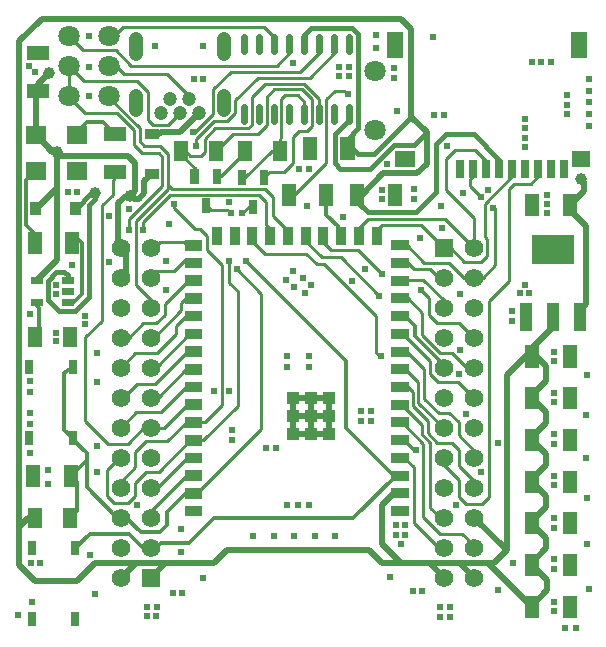
<source format=gtl>
G04 Layer: TopLayer*
G04 EasyEDA v6.4.25, 2021-10-04T21:02:54--4:00*
G04 e5a6d802368343aa863876e234e9a9e8,96b9eb17c6bf4bf1aa34359f555252a9,10*
G04 Gerber Generator version 0.2*
G04 Scale: 100 percent, Rotated: No, Reflected: No *
G04 Dimensions in millimeters *
G04 leading zeros omitted , absolute positions ,4 integer and 5 decimal *
%FSLAX45Y45*%
%MOMM*%

%ADD10C,0.2540*%
%ADD11C,0.4000*%
%ADD12C,0.3000*%
%ADD13C,0.5000*%
%ADD14C,0.6000*%
%ADD15C,0.6096*%
%ADD16C,1.0000*%
%ADD18R,0.7000X1.3000*%
%ADD20R,1.8000X1.5000*%
%ADD21R,1.1500X0.9500*%
%ADD24R,1.0500X2.4650*%
%ADD26R,1.2000X1.9000*%
%ADD27R,1.9000X1.2000*%
%ADD28R,0.7010X1.6002*%
%ADD29R,1.6002X1.3995*%
%ADD30R,1.3995X2.1996*%
%ADD31R,1.8009X1.3995*%
%ADD32R,1.5000X0.9000*%
%ADD33R,0.9000X1.5000*%
%ADD34R,1.0500X1.0500*%
%ADD35C,1.8000*%
%ADD36C,1.2000*%
%ADD37R,1.5748X1.5748*%
%ADD38C,1.5748*%
%ADD39C,0.6200*%

%LPD*%
D10*
X-849990Y853993D02*
G01*
X-726038Y730041D01*
X-449940Y730041D01*
X-319892Y599993D01*
X909975Y599993D01*
X1016401Y706419D01*
X1016401Y787191D01*
X88031Y197403D02*
G01*
X-9250Y100121D01*
X-140060Y100121D01*
X-179938Y139999D01*
X-179938Y380029D01*
X-269854Y469945D01*
X-719942Y469945D01*
X-849990Y599993D01*
X642132Y-119994D02*
G01*
X642132Y-127840D01*
X434992Y-334980D01*
X414931Y-334980D01*
X1942993Y-1370030D02*
G01*
X2019955Y-1370030D01*
X2140097Y-1490172D01*
X2140097Y-1680164D01*
X2289957Y-1830024D01*
X2390033Y-1830024D01*
X2518049Y-1958040D01*
X2577993Y-1958040D01*
X710001Y-594974D02*
G01*
X674867Y-594974D01*
X619904Y-649937D01*
D11*
X1524401Y192831D02*
G01*
X1524401Y144317D01*
X1399941Y20111D01*
X1399941Y-219918D01*
X1449979Y-269956D01*
X1699915Y-269956D01*
X1899813Y-70058D01*
X2069993Y-70058D01*
X2179975Y39923D01*
D10*
X2577993Y-941532D02*
G01*
X2577993Y-688040D01*
X2339995Y-450042D01*
X2339995Y-189946D01*
X2420005Y-109936D01*
X2589931Y-109936D01*
X2684927Y-204932D01*
X2684927Y-272750D01*
D12*
X-842114Y-3229998D02*
G01*
X-779884Y-3167763D01*
X-779884Y-2920118D01*
X-830000Y-2870001D01*
X2090008Y-2650012D02*
G01*
X2070072Y-2650012D01*
X1989985Y-2569926D01*
X1935119Y-2569926D01*
D11*
X-859896Y-1215090D02*
G01*
X-859896Y-1170132D01*
X-890122Y-1150066D01*
X-960226Y-1150066D01*
X-1030076Y-1219916D01*
X-1030076Y-1379936D01*
X-930000Y-1480012D01*
X-799952Y-1480012D01*
X-680064Y-1360124D01*
X-680064Y-580090D01*
X-630026Y-530052D01*
X-630026Y-480014D01*
D10*
X2577993Y-1195532D02*
G01*
X2654447Y-1195532D01*
X2760111Y-1089868D01*
X2760111Y-599902D01*
X2740045Y-599902D01*
X1592981Y-872444D02*
G01*
X1592981Y-787100D01*
X1680103Y-699978D01*
X2336439Y-699978D01*
X2577993Y-941532D01*
D12*
X1470045Y-872444D02*
G01*
X1429913Y-832312D01*
X1429913Y-759922D01*
X1330091Y-660100D01*
X1330091Y-489920D01*
D13*
X-1129136Y-610062D02*
G01*
X-950066Y-430992D01*
X-950066Y-400004D01*
D10*
X199999Y-2120000D02*
G01*
X139847Y-2120092D01*
X-69956Y-2329896D01*
X-278490Y-2329896D01*
X-412094Y-2463500D01*
X1300119Y-850092D02*
G01*
X1300119Y-889970D01*
X1369969Y-960074D01*
X1600093Y-960074D01*
X1799991Y-1159972D01*
X2323993Y-2719532D02*
G01*
X2323993Y-2784048D01*
X2449977Y-2910032D01*
X2449977Y-3049986D01*
X2509921Y-3109930D01*
X2649875Y-3109930D01*
X2710073Y-3049986D01*
X2710073Y-1389842D01*
X2879999Y-1219916D01*
X2879999Y-440136D01*
X2920131Y-400004D01*
X3060085Y-400004D01*
X3125109Y-334980D01*
X3125109Y-272750D01*
D13*
X1989983Y-3610056D02*
G01*
X1960011Y-3610056D01*
X1799991Y-3450036D01*
X1799991Y-3120090D01*
X1900067Y-3020014D01*
X1950105Y-3020014D01*
D12*
X1935119Y-2869900D02*
G01*
X1899813Y-2869900D01*
X1500017Y-2470104D01*
X1500017Y-1899874D01*
X649879Y-1049990D01*
D10*
X204871Y-2569926D02*
G01*
X179979Y-2569926D01*
X-90022Y-2839928D01*
X-200004Y-2839928D01*
X-289920Y-2930098D01*
X-289920Y-3040080D01*
X-350118Y-3100024D01*
X-470006Y-3100024D01*
X-529950Y-3040080D01*
X-529950Y-2820116D01*
X-427588Y-2717500D01*
X-412094Y-2717500D01*
X189885Y-2429972D02*
G01*
X129941Y-2429972D01*
X-20172Y-2580086D01*
X-200004Y-2580086D01*
X-289920Y-2670002D01*
X-289920Y-2799796D01*
X-412094Y-2921970D01*
X-412094Y-2971500D01*
X200045Y-1219916D02*
G01*
X159913Y-1219916D01*
X-39984Y-1420068D01*
X-39984Y-1509984D01*
X-110088Y-1580088D01*
X-220070Y-1580088D01*
X-341482Y-1701500D01*
X-412094Y-1701500D01*
X2639994Y-510011D02*
G01*
X2550050Y-420067D01*
X2550050Y-360126D01*
X2574942Y-334980D01*
X2574942Y-272752D01*
D13*
X3490112Y-360126D02*
G01*
X3509919Y-379938D01*
X3509919Y-460100D01*
X3390005Y-580014D01*
D10*
X185059Y-3020014D02*
G01*
X238907Y-3020268D01*
X779927Y-2479248D01*
X779927Y-1329898D01*
X570123Y-1120094D01*
X2904891Y-272750D02*
G01*
X2904891Y-334980D01*
X2669941Y-569930D01*
X2669941Y-849838D01*
X2690007Y-869904D01*
X2690007Y-1009858D01*
X2639969Y-1059896D01*
X2499761Y-1059896D01*
X2381651Y-941532D01*
X2323993Y-941532D01*
X1935119Y-919942D02*
G01*
X2010049Y-919942D01*
X2159909Y-1070056D01*
X2369967Y-1070056D01*
X2495443Y-1195532D01*
X2577993Y-1195532D01*
X1935119Y-1070056D02*
G01*
X2019955Y-1070056D01*
X2069993Y-1120094D01*
X2210201Y-1120094D01*
X2285639Y-1195532D01*
X2323993Y-1195532D01*
X1935119Y-1230076D02*
G01*
X1955185Y-1210010D01*
X2150003Y-1210010D01*
X2323993Y-1384000D01*
X2323993Y-1439880D01*
D13*
X-36174Y-3610056D02*
G01*
X-158094Y-3733500D01*
X-279999Y-3610002D02*
G01*
X-412094Y-3733500D01*
D10*
X199999Y-1369999D02*
G01*
X139847Y-1370030D01*
X99969Y-1409908D01*
X99969Y-1470106D01*
X-131424Y-1701500D01*
X-158094Y-1701500D01*
X199999Y-1520002D02*
G01*
X140101Y-1519890D01*
X60091Y-1599900D01*
X60091Y-1670004D01*
X-99928Y-1830024D01*
X-286618Y-1830024D01*
X-412094Y-1955500D01*
X199999Y-1820001D02*
G01*
X150007Y-1820118D01*
X-119994Y-2090120D01*
X-270108Y-2090120D01*
X-389488Y-2209500D01*
X-412094Y-2209500D01*
X199999Y-1970001D02*
G01*
X139339Y-1970232D01*
X-97642Y-2209500D01*
X-158094Y-2209500D01*
X199999Y-2270000D02*
G01*
X150007Y-2269952D01*
X-43540Y-2463500D01*
X-158094Y-2463500D01*
X199999Y-2720002D02*
G01*
X150007Y-2720040D01*
X-101452Y-2971500D01*
X-158094Y-2971500D01*
X199999Y-2870001D02*
G01*
X140101Y-2869900D01*
X-158094Y-3168096D01*
X-158094Y-3225500D01*
X199999Y-1670001D02*
G01*
X170073Y-1670004D01*
X-115422Y-1955500D01*
X-158094Y-1955500D01*
X209951Y-1070056D02*
G01*
X179979Y-1040084D01*
X139847Y-1040084D01*
X40025Y-1139906D01*
X-104500Y-1139906D01*
X-158094Y-1193500D01*
X1935119Y-1820118D02*
G01*
X2010049Y-1820118D01*
X2159909Y-1969978D01*
X2159909Y-2219914D01*
X2280051Y-2340056D01*
X2369967Y-2340056D01*
X2449977Y-2420066D01*
X2449977Y-2530048D01*
X2577993Y-2658064D01*
X2577993Y-2719532D01*
D12*
X1935119Y-1519890D02*
G01*
X1999889Y-1519890D01*
X2079899Y-1599900D01*
X2079899Y-1689816D01*
X2323993Y-1933910D01*
X2323993Y-1957532D01*
D10*
X1935119Y-1670004D02*
G01*
X1980077Y-1670004D01*
X2209947Y-1899874D01*
X2209947Y-2010110D01*
X2279797Y-2079960D01*
X2446421Y-2079960D01*
X2577993Y-2211532D01*
X2129988Y-1300002D02*
G01*
X2200043Y-1370058D01*
X2200043Y-1509984D01*
X2270142Y-1580088D01*
X2454554Y-1580088D01*
X2577993Y-1703529D01*
X1142893Y-872444D02*
G01*
X1290467Y-1020018D01*
X1450233Y-1020018D01*
X1779925Y-1349964D01*
X1142893Y-872444D02*
G01*
X1142893Y-902924D01*
X1935119Y-1969978D02*
G01*
X1999889Y-1969978D01*
X2110125Y-2080214D01*
X2110125Y-2251664D01*
X2323993Y-2465532D01*
D13*
X-950064Y-129999D02*
G01*
X-980041Y-129999D01*
X-1120043Y10002D01*
X-1130000Y10002D01*
X2460000Y-3610002D02*
G01*
X2577213Y-3735445D01*
X2210000Y-3610002D02*
G01*
X2323993Y-3735532D01*
D12*
X-1130000Y-289996D02*
G01*
X-1209911Y-369907D01*
X-1209911Y-750018D01*
X-1129898Y-830026D01*
X185059Y-3020014D02*
G01*
X140101Y-3020014D01*
X-20680Y-3180796D01*
X-20680Y-3290778D01*
X-79862Y-3349960D01*
X-240136Y-3349960D01*
X-364596Y-3225500D01*
X-412094Y-3225500D01*
D10*
X1935119Y-2269952D02*
G01*
X1969917Y-2269952D01*
X2140097Y-2440132D01*
X2140097Y-2519888D01*
X2209947Y-2589738D01*
X2209947Y-3139902D01*
X2297577Y-3227532D01*
X2323993Y-3227532D01*
X1935119Y-2720040D02*
G01*
X1989983Y-2720040D01*
X2069993Y-2800050D01*
X2069993Y-3269950D01*
X2281575Y-3481532D01*
X2323993Y-3481532D01*
D13*
X2859933Y-3500074D02*
G01*
X2577993Y-3227532D01*
X2577993Y-3227532D01*
D10*
X185059Y-919942D02*
G01*
X149753Y-919942D01*
X119781Y-889970D01*
X-80878Y-889970D01*
X-130408Y-939500D01*
X1743095Y-870158D02*
G01*
X1743095Y-806912D01*
X1799991Y-750016D01*
X2132477Y-750016D01*
X2323993Y-941532D01*
X704997Y-845012D02*
G01*
X704997Y-884890D01*
X810153Y-990046D01*
X1160165Y-990046D01*
X1250081Y-1079962D01*
X1310025Y-1079962D01*
X1749953Y-1519890D01*
X1749953Y-1830024D01*
X1790085Y-1859996D01*
D13*
X3390031Y-580090D02*
G01*
X3390031Y-619968D01*
X3529985Y-759922D01*
X3529985Y-1414734D01*
X3479693Y-1465026D01*
D12*
X-1137772Y-1660098D02*
G01*
X-1099926Y-1622252D01*
X-1099926Y-1450040D01*
X-1119992Y-1429974D01*
X-1119992Y-1405082D01*
X-814938Y-2519888D02*
G01*
X-814938Y-2565100D01*
X-699876Y-2680162D01*
X-699876Y-2970230D01*
X-444606Y-3225500D01*
X-412094Y-3225500D01*
X-830000Y-2870001D02*
G01*
X-699876Y-2739877D01*
X-699876Y-2680164D01*
X-809858Y-830026D02*
G01*
X-740008Y-899876D01*
X-740008Y-1329898D01*
X-814938Y-1405082D01*
X-859896Y-1405082D01*
X-814989Y-1950016D02*
G01*
X-890122Y-1999696D01*
X-890000Y-2480000D01*
X-814989Y-2549989D01*
X-158094Y-3479500D02*
G01*
X-220578Y-3479500D01*
X-339958Y-3360120D01*
X-674984Y-3360120D01*
X-794872Y-3480008D01*
D10*
X1010051Y-489920D02*
G01*
X1060089Y-489920D01*
X1330091Y-219918D01*
X1330091Y320085D01*
X1399941Y389935D01*
X1479951Y389935D01*
X1509923Y359963D01*
D13*
X3060085Y-2204928D02*
G01*
X3189879Y-2334722D01*
X3189879Y-2421590D01*
X3060085Y-2551384D01*
X3060085Y-2915112D02*
G01*
X3189879Y-3044906D01*
X3189879Y-3131774D01*
X3060085Y-3261568D01*
X3069991Y-3625042D02*
G01*
X3199785Y-3754836D01*
X3199785Y-3841704D01*
X3069991Y-3971498D01*
D10*
X1935119Y-2420066D02*
G01*
X1969917Y-2420066D01*
X2150003Y-2600152D01*
X2150003Y-3219912D01*
X2289957Y-3360120D01*
X2480203Y-3360120D01*
X2577993Y-3457910D01*
X2577993Y-3481532D01*
D13*
X-330052Y-500080D02*
G01*
X-300080Y-530049D01*
X-259948Y-530049D01*
X-209910Y-480014D01*
X-209910Y-379150D01*
X-150017Y-319257D01*
D10*
X1004971Y-845012D02*
G01*
X1004971Y-794974D01*
X880003Y-670006D01*
X880003Y-509986D01*
X809899Y-439882D01*
X19959Y-439882D01*
X-10012Y-408386D01*
D11*
X1589933Y-489920D02*
G01*
X1589933Y-550118D01*
X1679849Y-640034D01*
X2090059Y-640034D01*
X2259985Y-470108D01*
X2259985Y-59898D01*
X2339995Y20111D01*
X2580025Y20111D01*
X2794909Y-195026D01*
X2794909Y-272750D01*
D13*
X3040019Y-1839930D02*
G01*
X2859933Y-2020016D01*
X2859933Y-3500074D01*
X2749951Y-3610056D01*
X2690007Y-3610056D01*
X3060085Y-1850090D02*
G01*
X3099963Y-1850090D01*
X3189879Y-1939752D01*
X3189879Y-2066752D01*
X3060085Y-2196546D01*
X-1119992Y-1215090D02*
G01*
X-950066Y-1045164D01*
X-950066Y-130002D01*
D10*
X209951Y-2420066D02*
G01*
X299867Y-2420066D01*
X449981Y-2269952D01*
X449981Y-1090122D01*
X319933Y-960074D01*
X319933Y-839932D01*
X259989Y-779988D01*
X220111Y-779988D01*
X40025Y-599902D01*
X40025Y-569930D01*
D13*
X3069991Y-3979880D02*
G01*
X2700167Y-3610056D01*
X1799991Y-3610056D01*
X1692295Y-3502360D01*
X487573Y-3502360D01*
X379877Y-3610056D01*
X-630026Y-3610056D01*
X-779886Y-3759916D01*
X-1140058Y-3759916D01*
X-1270106Y-3629868D01*
X-1270106Y810051D01*
X-1079606Y1000297D01*
X1797705Y1000297D01*
X-1270106Y-3308052D02*
G01*
X-1192049Y-3229996D01*
X-1137874Y-3229996D01*
X-410062Y-940008D02*
G01*
X-369930Y-980140D01*
X-369930Y-1153876D01*
X-410062Y-1194008D01*
D10*
X-460100Y-299928D02*
G01*
X-460100Y-349966D01*
X-479912Y-370032D01*
X-479912Y-489920D01*
X-570082Y-580090D01*
X-570082Y-1560022D01*
X-710036Y-1699976D01*
X-710036Y-2409906D01*
X-520044Y-2599898D01*
X-349864Y-2599898D01*
X-209910Y-2459944D01*
X-159872Y-2459944D01*
D11*
X-630026Y-480014D02*
G01*
X-662538Y-480014D01*
X-790808Y-610062D01*
D13*
X-950066Y-130002D02*
G01*
X-920094Y-159974D01*
X-350118Y-159974D01*
X-289920Y-219918D01*
X-289920Y-459948D01*
X-330052Y-500080D01*
D12*
X-460100Y20111D02*
G01*
X-559922Y119933D01*
X-699876Y119933D01*
X-780140Y39923D01*
X-780140Y45D01*
D13*
X-1110010Y389961D02*
G01*
X-1110010Y449981D01*
X-1019992Y539998D01*
X-950000Y-129999D02*
G01*
X-989998Y-129999D01*
X-1130000Y10002D01*
X-1130000Y369971D01*
X-1110010Y389961D01*
X-412094Y-939500D02*
G01*
X-429874Y-921720D01*
X-429874Y-559770D01*
X-370184Y-500080D01*
X-330052Y-500080D01*
D10*
X1143401Y192831D02*
G01*
X1143401Y296720D01*
X1090058Y350057D01*
X979827Y350057D01*
X950112Y320085D01*
X950112Y-10622D01*
X937889Y-22844D01*
X937889Y-119994D01*
D11*
X1509923Y-100030D02*
G01*
X1509923Y-20274D01*
X1600093Y69895D01*
X1600093Y869995D01*
X1550055Y920033D01*
X1200043Y920033D01*
X1140099Y860089D01*
X1140099Y769919D01*
D10*
X889909Y769919D02*
G01*
X889909Y840023D01*
X799993Y929939D01*
X-389996Y929939D01*
X-465942Y853993D01*
X-509884Y853993D01*
X1935119Y-2120092D02*
G01*
X2020209Y-2120092D01*
X2060087Y-2159970D01*
X2060087Y-2280112D01*
X2189881Y-2409906D01*
X2189881Y-2509982D01*
X2269891Y-2589992D01*
X2390033Y-2589992D01*
X2449977Y-2649936D01*
X2449977Y-2789890D01*
X2577993Y-2917906D01*
X2577993Y-2973532D01*
X185059Y-2569926D02*
G01*
X289961Y-2569926D01*
X580029Y-2280112D01*
X580029Y-1310086D01*
X509925Y-1239982D01*
X509925Y-1049990D01*
X520085Y-649940D02*
G01*
X490113Y-619968D01*
X354985Y-619968D01*
X319933Y-584916D01*
X855108Y-845014D02*
G01*
X855108Y-785068D01*
X820061Y-750018D01*
X820061Y-550118D01*
X759858Y-489922D01*
X10050Y-489922D01*
X-219994Y-719968D01*
X-219994Y-789995D01*
X615081Y-345137D02*
G01*
X645050Y-345137D01*
X870193Y-119994D01*
X937889Y-119994D01*
X102128Y-119994D02*
G01*
X102128Y-152227D01*
X224934Y-275033D01*
X224934Y-334980D01*
D12*
X1960001Y-2870001D02*
G01*
X1920133Y-2869900D01*
X1559961Y-3230072D01*
X379877Y-3230072D01*
X170073Y-3439876D01*
X-69956Y-3439876D01*
X-109580Y-3479500D01*
X-158094Y-3479500D01*
D13*
X3250077Y-1465788D02*
G01*
X3250077Y-1610060D01*
X3060085Y-1800052D01*
X3060085Y-3269950D02*
G01*
X3189879Y-3399744D01*
X3189879Y-3486612D01*
X3060085Y-3616406D01*
X3060085Y-2560020D02*
G01*
X3189879Y-2689814D01*
X3189879Y-2776682D01*
X3060085Y-2906476D01*
D11*
X1509923Y-100030D02*
G01*
X1550055Y-100030D01*
X1600093Y-150068D01*
X1731411Y-150068D01*
X2049927Y168447D01*
D13*
X1330093Y1000043D02*
G01*
X1960008Y1000043D01*
X2049927Y910127D01*
X2049927Y169974D01*
X2179977Y39923D01*
X2179977Y-230075D01*
X2099970Y-310088D01*
X1809892Y-310088D01*
X1629984Y-489996D01*
X1589984Y-489996D01*
D10*
X-158094Y-1447500D02*
G01*
X-158094Y-1381968D01*
X-280014Y-1260048D01*
X-280014Y-710138D01*
X-10012Y-439882D01*
X-10012Y-150068D01*
X-80116Y-79964D01*
X-209910Y-79964D01*
X-250042Y-40086D01*
X-250042Y70149D01*
X-509884Y329991D01*
X-509884Y345993D01*
X-339958Y-789894D02*
G01*
X-339958Y-699978D01*
X-60050Y-420070D01*
X-60050Y-169880D01*
X-90022Y-139908D01*
X-229976Y-139908D01*
X-300080Y-70058D01*
X-300080Y59989D01*
X-440034Y199943D01*
X-710036Y199943D01*
X-849990Y339897D01*
X-849990Y345993D01*
X-850016Y346019D02*
G01*
X-850016Y600019D01*
X168041Y317799D02*
G01*
X168041Y341929D01*
X-19918Y529889D01*
X-379836Y529889D01*
X-449940Y599993D01*
X-509884Y599993D01*
D13*
X248051Y197403D02*
G01*
X90571Y39923D01*
X-69956Y39923D01*
X-90784Y19349D01*
X-149966Y19349D01*
D10*
X1397401Y787191D02*
G01*
X1397401Y707435D01*
X1189883Y499917D01*
X749955Y499917D01*
X559963Y309925D01*
X559963Y199943D01*
X490113Y130093D01*
X380131Y130093D01*
X230017Y-20020D01*
X230017Y-79964D01*
X1270401Y192831D02*
G01*
X1270401Y319577D01*
X1140104Y449877D01*
X809896Y449877D01*
X699919Y339900D01*
X699919Y99870D01*
X670049Y69999D01*
X389996Y69999D01*
X300123Y-19872D01*
X300123Y-129999D01*
X270121Y-160002D01*
X180007Y-160002D01*
X139999Y-119994D01*
X102128Y-119994D01*
X1270401Y787189D02*
G01*
X1270401Y710481D01*
X1109878Y549958D01*
X520085Y549958D01*
X369973Y399839D01*
X369973Y189974D01*
X219999Y39999D01*
X199994Y39999D01*
X397911Y-120096D02*
G01*
X538119Y20111D01*
X750209Y20111D01*
X829965Y99867D01*
X829965Y339897D01*
X889909Y400095D01*
X1128161Y400095D01*
X1209949Y318307D01*
X1209949Y89961D01*
X1170071Y50083D01*
X1100221Y50083D01*
X1049929Y-208D01*
X1049929Y-219918D01*
X969919Y-299928D01*
X850031Y-299928D01*
X805073Y-345140D01*
D14*
X635502Y252806D02*
G01*
X635502Y132806D01*
X762502Y252806D02*
G01*
X762502Y132806D01*
X889502Y252806D02*
G01*
X889502Y132806D01*
X1016502Y252806D02*
G01*
X1016502Y132806D01*
X1143502Y252806D02*
G01*
X1143502Y132806D01*
X1270502Y252806D02*
G01*
X1270502Y132806D01*
X1397502Y252806D02*
G01*
X1397502Y132806D01*
X1524502Y252806D02*
G01*
X1524502Y132806D01*
X635502Y847166D02*
G01*
X635502Y727166D01*
X762502Y847166D02*
G01*
X762502Y727166D01*
X889502Y847166D02*
G01*
X889502Y727166D01*
X1016502Y847166D02*
G01*
X1016502Y727166D01*
X1143502Y847166D02*
G01*
X1143502Y727166D01*
X1270502Y847166D02*
G01*
X1270502Y727166D01*
X1397502Y847166D02*
G01*
X1397502Y727166D01*
X1524502Y847166D02*
G01*
X1524502Y727166D01*
G36*
X274998Y-522467D02*
G01*
X345000Y-522467D01*
X345000Y-647466D01*
X274998Y-647466D01*
G37*
G36*
X180002Y-272531D02*
G01*
X250004Y-272531D01*
X250004Y-397530D01*
X180002Y-397530D01*
G37*
G36*
X369994Y-272531D02*
G01*
X439996Y-272531D01*
X439996Y-397530D01*
X369994Y-397530D01*
G37*
G36*
X674999Y-532467D02*
G01*
X745002Y-532467D01*
X745002Y-657466D01*
X674999Y-657466D01*
G37*
G36*
X580003Y-282531D02*
G01*
X650006Y-282531D01*
X650006Y-407530D01*
X580003Y-407530D01*
G37*
G36*
X769995Y-282531D02*
G01*
X839998Y-282531D01*
X839998Y-407530D01*
X769995Y-407530D01*
G37*
D18*
G01*
X-1165052Y-4079981D03*
G01*
X-1165052Y-3480008D03*
G01*
X-795025Y-4079981D03*
G01*
X-795025Y-3480008D03*
G36*
X-1170010Y-1374995D02*
G01*
X-1070010Y-1374995D01*
X-1070010Y-1434995D01*
X-1170010Y-1434995D01*
G37*
G36*
X-1170010Y-1185003D02*
G01*
X-1070010Y-1185003D01*
X-1070010Y-1245003D01*
X-1170010Y-1245003D01*
G37*
G36*
X-909990Y-1185003D02*
G01*
X-809990Y-1185003D01*
X-809990Y-1245003D01*
X-909990Y-1245003D01*
G37*
G36*
X-909990Y-1279999D02*
G01*
X-809990Y-1279999D01*
X-809990Y-1339999D01*
X-909990Y-1339999D01*
G37*
G36*
X-909990Y-1374995D02*
G01*
X-809990Y-1374995D01*
X-809990Y-1434995D01*
X-909990Y-1434995D01*
G37*
D20*
G01*
X-780013Y10002D03*
G01*
X-780013Y-289996D03*
D21*
G01*
X-149992Y19248D03*
G01*
X-149992Y-319232D03*
G36*
X-838260Y-552500D02*
G01*
X-743259Y-552500D01*
X-743259Y-667501D01*
X-838260Y-667501D01*
G37*
G36*
X-1176741Y-552500D02*
G01*
X-1081740Y-552500D01*
X-1081740Y-667501D01*
X-1176741Y-667501D01*
G37*
G36*
X877501Y-205049D02*
G01*
X877501Y-34950D01*
X998253Y-34950D01*
X998253Y-205049D01*
G37*
G36*
X702500Y-205049D02*
G01*
X702500Y-34950D01*
X581748Y-34950D01*
X581748Y-205049D01*
G37*
G36*
X162499Y-34950D02*
G01*
X162499Y-205049D01*
X41747Y-205049D01*
X41747Y-34950D01*
G37*
G36*
X337499Y-34950D02*
G01*
X337499Y-205049D01*
X458251Y-205049D01*
X458251Y-34950D01*
G37*
G36*
X-1077501Y-3144951D02*
G01*
X-1077501Y-3315050D01*
X-1198252Y-3315050D01*
X-1198252Y-3144951D01*
G37*
G36*
X-902500Y-3144951D02*
G01*
X-902500Y-3315050D01*
X-781748Y-3315050D01*
X-781748Y-3144951D01*
G37*
D24*
G01*
X3020004Y-1525757D03*
G01*
X3250001Y-1525757D03*
G01*
X3479998Y-1525757D03*
G36*
X3427001Y-1077501D02*
G01*
X3073001Y-1077501D01*
X3073001Y-830999D01*
X3427001Y-830999D01*
G37*
G36*
X-902500Y-1785051D02*
G01*
X-902500Y-1614952D01*
X-781748Y-1614952D01*
X-781748Y-1785051D01*
G37*
G36*
X-1077501Y-1785051D02*
G01*
X-1077501Y-1614952D01*
X-1198252Y-1614952D01*
X-1198252Y-1785051D01*
G37*
D26*
G01*
X1010000Y-489996D03*
G01*
X1330015Y-489996D03*
G36*
X1130000Y-4998D02*
G01*
X1250000Y-4998D01*
X1250000Y-195000D01*
X1130000Y-195000D01*
G37*
G36*
X1450014Y-4998D02*
G01*
X1570014Y-4998D01*
X1570014Y-195000D01*
X1450014Y-195000D01*
G37*
D27*
G01*
X-1110010Y710001D03*
G01*
X-1110010Y389986D03*
D20*
G01*
X-1130000Y10002D03*
G01*
X-1130000Y-289996D03*
D18*
G01*
X-1185016Y-2549987D03*
G01*
X-1185016Y-1950013D03*
G01*
X-814989Y-2549987D03*
G01*
X-814989Y-1950013D03*
D26*
G01*
X3390005Y-3273328D03*
G01*
X3069991Y-3273328D03*
G01*
X3390005Y-2213335D03*
G01*
X3069991Y-2213335D03*
G01*
X3390005Y-2919989D03*
G01*
X3069991Y-2919989D03*
G01*
X3390005Y-3980007D03*
G01*
X3069991Y-3980007D03*
G36*
X3009999Y-1765000D02*
G01*
X3129998Y-1765000D01*
X3129998Y-1955002D01*
X3009999Y-1955002D01*
G37*
G36*
X3330013Y-1765000D02*
G01*
X3450013Y-1765000D01*
X3450013Y-1955002D01*
X3330013Y-1955002D01*
G37*
G01*
X-1140007Y-900003D03*
G01*
X-819993Y-900003D03*
D27*
G01*
X-459999Y20010D03*
G01*
X-459999Y-300004D03*
D26*
G01*
X3390005Y-3626667D03*
G01*
X3069991Y-3626667D03*
G01*
X3390005Y-2566675D03*
G01*
X3069991Y-2566675D03*
D28*
G01*
X2464988Y-272648D03*
G01*
X2574996Y-272648D03*
G01*
X2685003Y-272648D03*
G01*
X2794985Y-272648D03*
G01*
X2904992Y-272648D03*
G01*
X3015000Y-272648D03*
G01*
X3124982Y-272648D03*
G01*
X3234989Y-272648D03*
G01*
X3344997Y-272648D03*
D29*
G01*
X3490005Y-187330D03*
D30*
G01*
X3469990Y772662D03*
D31*
G01*
X1994936Y-187304D03*
D30*
G01*
X1909998Y772662D03*
D32*
G01*
X1955007Y-2270003D03*
G01*
X1955007Y-2119990D03*
G01*
X1955007Y-1970003D03*
G01*
X1955007Y-1819991D03*
G01*
X1955007Y-1670004D03*
G01*
X1955007Y-1519991D03*
G01*
X1955007Y-1370004D03*
G01*
X1955007Y-1219992D03*
G01*
X1955007Y-1070005D03*
G01*
X1955007Y-919993D03*
G01*
X1955007Y-2419990D03*
G01*
X1955007Y-2570002D03*
G01*
X1955007Y-2719989D03*
G01*
X1955007Y-2870001D03*
G01*
X1955007Y-3020014D03*
G01*
X1955007Y-3170001D03*
D33*
G01*
X1755007Y-845012D03*
G01*
X1604995Y-845012D03*
G01*
X1455008Y-845012D03*
G01*
X1304996Y-845012D03*
G01*
X1155009Y-845012D03*
G01*
X1004996Y-845012D03*
G01*
X855009Y-845012D03*
G01*
X704997Y-845012D03*
G01*
X555010Y-845012D03*
G01*
X404997Y-845012D03*
G36*
X129999Y-874999D02*
G01*
X280001Y-874999D01*
X280001Y-965001D01*
X129999Y-965001D01*
G37*
G36*
X129999Y-1024999D02*
G01*
X280001Y-1024999D01*
X280001Y-1115001D01*
X129999Y-1115001D01*
G37*
G36*
X129999Y-1174998D02*
G01*
X280001Y-1174998D01*
X280001Y-1265001D01*
X129999Y-1265001D01*
G37*
G36*
X129999Y-1324998D02*
G01*
X280001Y-1324998D01*
X280001Y-1415000D01*
X129999Y-1415000D01*
G37*
G36*
X129999Y-1474998D02*
G01*
X280001Y-1474998D01*
X280001Y-1565000D01*
X129999Y-1565000D01*
G37*
G36*
X129999Y-1624998D02*
G01*
X280001Y-1624998D01*
X280001Y-1715000D01*
X129999Y-1715000D01*
G37*
G36*
X129999Y-1775000D02*
G01*
X280001Y-1775000D01*
X280001Y-1865002D01*
X129999Y-1865002D01*
G37*
G36*
X129999Y-1924999D02*
G01*
X280001Y-1924999D01*
X280001Y-2015002D01*
X129999Y-2015002D01*
G37*
G36*
X129999Y-2074999D02*
G01*
X280001Y-2074999D01*
X280001Y-2165002D01*
X129999Y-2165002D01*
G37*
G36*
X129999Y-2224999D02*
G01*
X280001Y-2224999D01*
X280001Y-2315001D01*
X129999Y-2315001D01*
G37*
G36*
X129999Y-2374999D02*
G01*
X280001Y-2374999D01*
X280001Y-2465001D01*
X129999Y-2465001D01*
G37*
G36*
X129999Y-2524998D02*
G01*
X280001Y-2524998D01*
X280001Y-2615001D01*
X129999Y-2615001D01*
G37*
G36*
X129999Y-2674998D02*
G01*
X280001Y-2674998D01*
X280001Y-2765000D01*
X129999Y-2765000D01*
G37*
G36*
X129999Y-2824998D02*
G01*
X280001Y-2824998D01*
X280001Y-2915000D01*
X129999Y-2915000D01*
G37*
G36*
X129999Y-2975000D02*
G01*
X280001Y-2975000D01*
X280001Y-3065002D01*
X129999Y-3065002D01*
G37*
G36*
X129999Y-3125000D02*
G01*
X280001Y-3125000D01*
X280001Y-3215002D01*
X129999Y-3215002D01*
G37*
D34*
G01*
X1349014Y-2515011D03*
G01*
X1199001Y-2515011D03*
G01*
X1048989Y-2515011D03*
G01*
X1048989Y-2364999D03*
G01*
X1199001Y-2364999D03*
G01*
X1349014Y-2364999D03*
G01*
X1048989Y-2215012D03*
G01*
X1199001Y-2215012D03*
G01*
X1349014Y-2215012D03*
D26*
G01*
X1909998Y-489996D03*
G01*
X1589984Y-489996D03*
G36*
X3010001Y-485000D02*
G01*
X3130001Y-485000D01*
X3130001Y-675002D01*
X3010001Y-675002D01*
G37*
G36*
X3330016Y-485000D02*
G01*
X3450015Y-485000D01*
X3450015Y-675002D01*
X3330016Y-675002D01*
G37*
G01*
X-830000Y-2870001D03*
G01*
X-1150015Y-2870001D03*
D35*
G01*
X1740072Y59964D03*
G01*
X1740072Y559937D03*
D36*
G01*
X-71988Y197454D03*
G01*
X88005Y197454D03*
G01*
X8021Y317825D03*
G01*
X168015Y317825D03*
G01*
X248000Y197454D03*
D35*
G01*
X-510011Y854019D03*
G01*
X-510011Y600019D03*
G01*
X-510011Y346019D03*
G01*
X-850016Y854019D03*
G01*
X-850016Y600019D03*
G01*
X-850016Y346019D03*
D37*
G01*
X-158094Y-3733500D03*
D38*
G01*
X-412094Y-3733500D03*
G01*
X-158094Y-3479500D03*
G01*
X-412094Y-3479500D03*
G01*
X-158094Y-3225500D03*
G01*
X-412094Y-3225500D03*
G01*
X-158094Y-2971500D03*
G01*
X-412094Y-2971500D03*
G01*
X-158094Y-2717500D03*
G01*
X-412094Y-2717500D03*
G01*
X-158094Y-2463500D03*
G01*
X-412094Y-2463500D03*
G01*
X-158094Y-2209500D03*
G01*
X-412094Y-2209500D03*
G01*
X-158094Y-1955500D03*
G01*
X-412094Y-1955500D03*
G01*
X-158094Y-1701500D03*
G01*
X-412094Y-1701500D03*
G01*
X-158094Y-1447500D03*
G01*
X-412094Y-1447500D03*
G01*
X-158094Y-1193500D03*
G01*
X-412094Y-1193500D03*
G01*
X-158094Y-939500D03*
G01*
X-412094Y-939500D03*
D37*
G01*
X2324018Y-941405D03*
D38*
G01*
X2578018Y-941405D03*
G01*
X2324018Y-1195405D03*
G01*
X2578018Y-1195405D03*
G01*
X2324018Y-1449405D03*
G01*
X2578018Y-1449405D03*
G01*
X2324018Y-1703405D03*
G01*
X2578018Y-1703405D03*
G01*
X2324018Y-1957405D03*
G01*
X2578018Y-1957405D03*
G01*
X2324018Y-2211405D03*
G01*
X2578018Y-2211405D03*
G01*
X2324018Y-2465405D03*
G01*
X2578018Y-2465405D03*
G01*
X2324018Y-2719405D03*
G01*
X2578018Y-2719405D03*
G01*
X2324018Y-2973405D03*
G01*
X2578018Y-2973405D03*
G01*
X2324018Y-3227405D03*
G01*
X2578018Y-3227405D03*
G01*
X2324018Y-3481405D03*
G01*
X2578018Y-3481405D03*
G01*
X2324018Y-3735405D03*
G01*
X2578018Y-3735405D03*
D39*
G01*
X1274008Y-2515036D03*
G01*
X1123995Y-2515036D03*
G01*
X1048989Y-2440030D03*
G01*
X1048989Y-2290018D03*
G01*
X1123995Y-2215037D03*
G01*
X1274008Y-2215037D03*
G01*
X1274008Y-2365024D03*
G01*
X1123995Y-2365024D03*
G01*
X1199001Y-2445034D03*
G01*
X1199001Y-2289027D03*
G01*
X1349014Y-2442011D03*
G01*
X1348988Y-2289027D03*
D15*
G01*
X1520007Y510001D03*
G01*
X1790009Y-1859996D03*
G01*
X-630001Y-3869999D03*
G01*
X2509997Y-2350013D03*
G01*
X-1179987Y-2429997D03*
G01*
X2460010Y-1329999D03*
G01*
X2430012Y-3120014D03*
G01*
X99994Y-3320013D03*
G01*
X2229987Y839998D03*
G01*
X-270007Y-3120014D03*
G01*
X1839996Y-230002D03*
G01*
X2739994Y-600003D03*
G01*
X290012Y769995D03*
G01*
X650006Y-1049990D03*
G01*
X199994Y39999D03*
G01*
X1180002Y-3120014D03*
G01*
X999992Y-3120014D03*
G01*
X-1279987Y-4050009D03*
G01*
X-1159997Y-3940002D03*
G01*
X-1089995Y-3610005D03*
G01*
X-710011Y-1519991D03*
G01*
X-710011Y-1589994D03*
G01*
X3550000Y489986D03*
G01*
X510001Y-1049990D03*
G01*
X99994Y-3520013D03*
G01*
X1402481Y-3380008D03*
G01*
X1057473Y-3380008D03*
G01*
X712490Y-3380008D03*
D16*
G01*
X3490005Y-359999D03*
D15*
G01*
X3009996Y69997D03*
G01*
X3369990Y190012D03*
G01*
X3229985Y629991D03*
G01*
X3369990Y269996D03*
G01*
X3149975Y629991D03*
G01*
X3369990Y350006D03*
G01*
X3069991Y629991D03*
G01*
X1960011Y-3450010D03*
G01*
X3050001Y-1319992D03*
G01*
X2970016Y-1319992D03*
G01*
X3260008Y-4020012D03*
G01*
X3260008Y-3940002D03*
G01*
X3260008Y-3660018D03*
G01*
X3260008Y-3580008D03*
G01*
X3260008Y-3310006D03*
G01*
X3260008Y-3229996D03*
G01*
X3260008Y-2870001D03*
G01*
X3260008Y-2950011D03*
G01*
X3260008Y-2599999D03*
G01*
X3260008Y-2520015D03*
G01*
X3260008Y-2249987D03*
G01*
X3260008Y-2170003D03*
G01*
X3260008Y-1900001D03*
G01*
X3260008Y-1819991D03*
G01*
X2129988Y-1300002D03*
G01*
X1780001Y-1349989D03*
G01*
X1799991Y-1159997D03*
G01*
X1920006Y-3370000D03*
G01*
X2000016Y-3289990D03*
G01*
X2090008Y-2650012D03*
G01*
X1090010Y-3120014D03*
G01*
X820008Y-2640004D03*
G01*
X1920006Y-3289990D03*
G01*
X2000016Y-3370000D03*
D16*
G01*
X-630001Y-479988D03*
D15*
G01*
X-959998Y-1659996D03*
D16*
G01*
X-949990Y-130002D03*
D15*
G01*
X899993Y-2640004D03*
G01*
X2330013Y180004D03*
G01*
X-1170005Y-3610005D03*
G01*
X1050005Y620008D03*
G01*
X3009996Y-10012D03*
G01*
X3009996Y-89997D03*
G01*
X-1179987Y-2070003D03*
G01*
X2779999Y-2589992D03*
G01*
X1869993Y-3729995D03*
G01*
X290012Y-3740002D03*
G01*
X884981Y-3380008D03*
G01*
X1229989Y-3380008D03*
G01*
X1660011Y-1119992D03*
G01*
X2450002Y-2010008D03*
G01*
X2639994Y-2840004D03*
G01*
X-959998Y-1259997D03*
G01*
X989985Y-1210010D03*
G01*
X1129990Y-1200002D03*
G01*
X1150005Y-1319992D03*
G01*
X1050005Y-1140007D03*
G01*
X1060013Y-1270005D03*
G01*
X1199992Y-1259997D03*
G01*
X-679988Y590011D03*
G01*
X-679988Y850005D03*
G01*
X3009996Y150007D03*
G01*
X620008Y-649991D03*
G01*
X1709999Y-2319990D03*
G01*
X2639994Y-510011D03*
G01*
X1750004Y859988D03*
G01*
X210002Y489986D03*
G01*
X529991Y-2480010D03*
G01*
X529991Y-2570002D03*
G01*
X2299990Y-589996D03*
G01*
X2239995Y180004D03*
G01*
X2120005Y-859998D03*
G01*
X-30002Y-1049990D03*
G01*
X-610011Y-2080011D03*
G01*
X3550000Y289986D03*
G01*
X3550000Y89987D03*
G01*
X3200013Y-570006D03*
G01*
X3200013Y-649991D03*
G01*
X3200013Y-489996D03*
D16*
G01*
X-330001Y-500004D03*
D15*
G01*
X-119994Y769995D03*
G01*
X1750004Y750006D03*
G01*
X1899991Y580003D03*
G01*
X1520007Y590011D03*
G01*
X1930013Y220009D03*
G01*
X-679988Y339999D03*
D16*
G01*
X-1019992Y539998D03*
D15*
G01*
X1509999Y359989D03*
G01*
X569996Y-1119992D03*
G01*
X520009Y-649991D03*
G01*
X-219994Y-789995D03*
G01*
X-340009Y-789995D03*
G01*
X1550004Y-1219992D03*
G01*
X2909996Y-3610005D03*
G01*
X-5Y-740008D03*
G01*
X-340009Y-610011D03*
G01*
X380004Y-2150013D03*
G01*
X-670006Y-3540003D03*
G01*
X2779999Y-3840002D03*
G01*
X2139995Y-3850010D03*
G01*
X2460010Y-1810009D03*
G01*
X2309997Y-770006D03*
G01*
X29992Y-3859992D03*
G01*
X3550000Y389986D03*
G01*
X3550000Y189986D03*
G01*
X2900014Y-1480012D03*
G01*
X2900014Y-1559996D03*
G01*
X1180002Y-270007D03*
G01*
X1099992Y-270007D03*
G01*
X2069993Y-440009D03*
G01*
X2069993Y-530001D03*
G01*
X-859998Y-470006D03*
G01*
X2490007Y-479988D03*
G01*
X2350002Y-79989D03*
G01*
X39999Y-570006D03*
G01*
X229991Y-79989D03*
G01*
X1620006Y-2319990D03*
G01*
X1709999Y-2410007D03*
G01*
X1620006Y-2410007D03*
G01*
X510001Y-2150013D03*
G01*
X-610011Y-2620015D03*
G01*
X-610011Y-2840004D03*
G01*
X290012Y489986D03*
G01*
X-1140007Y550006D03*
G01*
X-1189995Y599993D03*
G01*
X1439997Y590011D03*
G01*
X1439997Y510001D03*
G01*
X510001Y-549991D03*
G01*
X-510011Y-670006D03*
G01*
X-30002Y-1300002D03*
G01*
X-510011Y-1059997D03*
G01*
X1799991Y-530001D03*
G01*
X1799991Y-449991D03*
G01*
X110002Y-3859992D03*
G01*
X2060011Y-3850010D03*
G01*
X-100004Y-3980007D03*
G01*
X-189997Y-3980007D03*
G01*
X-189997Y-4059991D03*
G01*
X-109987Y-4059991D03*
G01*
X2290008Y-3980007D03*
G01*
X2380000Y-3980007D03*
G01*
X2380000Y-4070024D03*
G01*
X2290008Y-4070024D03*
G01*
X-959998Y-1729999D03*
G01*
X-1179987Y-2680009D03*
G01*
X1169995Y-589996D03*
G01*
X-1179987Y-1500002D03*
G01*
X-819993Y-1089995D03*
G01*
X2700014Y-449991D03*
G01*
X1469994Y-680013D03*
G01*
X999992Y-1950013D03*
G01*
X1180002Y-1950013D03*
G01*
X1180002Y-1859996D03*
G01*
X999992Y-1859996D03*
G01*
X-959998Y-1329999D03*
G01*
X-779988Y-470006D03*
G01*
X1899991Y499993D03*
G01*
X3539992Y-2019990D03*
G01*
X3530010Y-2359995D03*
G01*
X3530010Y-2720014D03*
G01*
X3539992Y-3450010D03*
G01*
X3539992Y-3059993D03*
G01*
X3350000Y-4159991D03*
G01*
X3439993Y-4159991D03*
G01*
X3009996Y-1259997D03*
G01*
X-1179987Y-2340005D03*
G01*
X-1179987Y-2159995D03*
G01*
X-1030000Y-2820014D03*
G01*
X3550000Y-3829994D03*
G01*
X-610011Y-1829998D03*
G01*
X-1030000Y-2940004D03*
D36*
X461995Y702630D02*
G01*
X461995Y822629D01*
X461995Y227624D02*
G01*
X461995Y347624D01*
X-281995Y227624D02*
G01*
X-281995Y347624D01*
X-281995Y702630D02*
G01*
X-281995Y822629D01*
M02*

</source>
